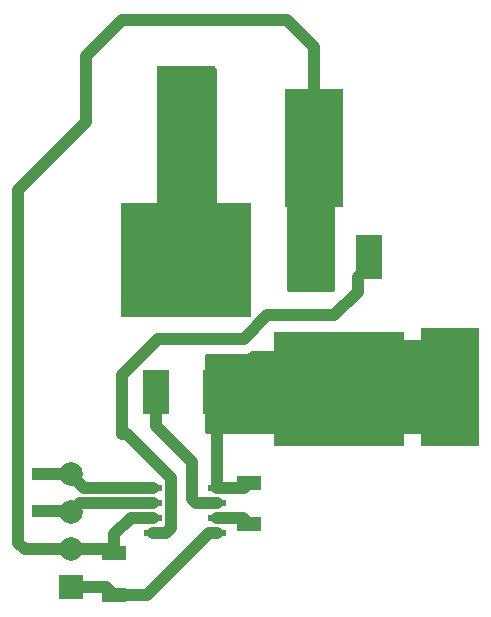
<source format=gbr>
G04 #@! TF.GenerationSoftware,KiCad,Pcbnew,5.0.0*
G04 #@! TF.CreationDate,2018-12-27T20:05:24-05:00*
G04 #@! TF.ProjectId,controller,636F6E74726F6C6C65722E6B69636164,rev?*
G04 #@! TF.SameCoordinates,PX1816fe0PY475f7c0*
G04 #@! TF.FileFunction,Copper,L1,Top,Signal*
G04 #@! TF.FilePolarity,Positive*
%FSLAX46Y46*%
G04 Gerber Fmt 4.6, Leading zero omitted, Abs format (unit mm)*
G04 Created by KiCad (PCBNEW 5.0.0) date Thu Dec 27 20:05:24 2018*
%MOMM*%
%LPD*%
G01*
G04 APERTURE LIST*
G04 #@! TA.AperFunction,SMDPad,CuDef*
%ADD10R,5.000000X10.000000*%
G04 #@! TD*
G04 #@! TA.AperFunction,ComponentPad*
%ADD11R,1.998980X1.998980*%
G04 #@! TD*
G04 #@! TA.AperFunction,ComponentPad*
%ADD12C,1.998980*%
G04 #@! TD*
G04 #@! TA.AperFunction,SMDPad,CuDef*
%ADD13R,1.099820X0.998220*%
G04 #@! TD*
G04 #@! TA.AperFunction,SMDPad,CuDef*
%ADD14R,2.059940X1.270000*%
G04 #@! TD*
G04 #@! TA.AperFunction,SMDPad,CuDef*
%ADD15R,2.319020X3.810000*%
G04 #@! TD*
G04 #@! TA.AperFunction,SMDPad,CuDef*
%ADD16R,10.998200X9.649460*%
G04 #@! TD*
G04 #@! TA.AperFunction,SMDPad,CuDef*
%ADD17R,1.550000X0.600000*%
G04 #@! TD*
G04 #@! TA.AperFunction,Conductor*
%ADD18C,1.000000*%
G04 #@! TD*
G04 #@! TA.AperFunction,Conductor*
%ADD19C,0.254000*%
G04 #@! TD*
G04 APERTURE END LIST*
D10*
G04 #@! TO.P,P3,1*
G04 #@! TO.N,/Sheet5BA83292/PHASE_OUT*
X37800000Y20900000D03*
G04 #@! TD*
D11*
G04 #@! TO.P,J1,1*
G04 #@! TO.N,+12V*
X5700000Y4025000D03*
D12*
G04 #@! TO.P,J1,2*
G04 #@! TO.N,GND*
X5700000Y7200000D03*
G04 #@! TO.P,J1,3*
G04 #@! TO.N,/PHASE_LOW_IN_1*
X5700000Y10375000D03*
G04 #@! TO.P,J1,4*
G04 #@! TO.N,/PHASE_HIGH_IN_1*
X5700000Y13550000D03*
G04 #@! TD*
D10*
G04 #@! TO.P,P2,1*
G04 #@! TO.N,GND*
X26300000Y41200000D03*
G04 #@! TD*
G04 #@! TO.P,P1,1*
G04 #@! TO.N,+48V*
X15500000Y43100000D03*
G04 #@! TD*
D13*
G04 #@! TO.P,R8,2*
G04 #@! TO.N,GND*
X1251640Y10400000D03*
G04 #@! TO.P,R8,1*
G04 #@! TO.N,/PHASE_LOW_IN_1*
X2948360Y10400000D03*
G04 #@! TD*
G04 #@! TO.P,R7,1*
G04 #@! TO.N,GND*
X1251640Y13600000D03*
G04 #@! TO.P,R7,2*
G04 #@! TO.N,/PHASE_HIGH_IN_1*
X2948360Y13600000D03*
G04 #@! TD*
D14*
G04 #@! TO.P,C7,1*
G04 #@! TO.N,+12V*
X9400000Y3347400D03*
G04 #@! TO.P,C7,2*
G04 #@! TO.N,GND*
X9400000Y6852600D03*
G04 #@! TD*
G04 #@! TO.P,C5,2*
G04 #@! TO.N,/Sheet5BA83292/PHASE_OUT*
X20800000Y12852600D03*
G04 #@! TO.P,C5,1*
G04 #@! TO.N,Net-(C5-Pad1)*
X20800000Y9347400D03*
G04 #@! TD*
D15*
G04 #@! TO.P,Q1,3*
G04 #@! TO.N,/Sheet5BA83292/PHASE_OUT*
X18040000Y20556580D03*
D16*
G04 #@! TO.P,Q1,2*
G04 #@! TO.N,+48V*
X15500000Y31724960D03*
D15*
G04 #@! TO.P,Q1,1*
G04 #@! TO.N,/Sheet5BA83292/PHASE_HI*
X12960000Y20556580D03*
G04 #@! TD*
G04 #@! TO.P,Q2,1*
G04 #@! TO.N,/Sheet5BA83292/PHASE_L*
X30940000Y31943420D03*
D16*
G04 #@! TO.P,Q2,2*
G04 #@! TO.N,/Sheet5BA83292/PHASE_OUT*
X28400000Y20775040D03*
D15*
G04 #@! TO.P,Q2,3*
G04 #@! TO.N,GND*
X25860000Y31943420D03*
G04 #@! TD*
D17*
G04 #@! TO.P,U1,8*
G04 #@! TO.N,/Sheet5BA83292/PHASE_L*
X12700000Y8595000D03*
G04 #@! TO.P,U1,7*
G04 #@! TO.N,GND*
X12700000Y9865000D03*
G04 #@! TO.P,U1,6*
G04 #@! TO.N,/PHASE_LOW_IN_1*
X12700000Y11135000D03*
G04 #@! TO.P,U1,5*
G04 #@! TO.N,/PHASE_HIGH_IN_1*
X12700000Y12405000D03*
G04 #@! TO.P,U1,4*
G04 #@! TO.N,/Sheet5BA83292/PHASE_OUT*
X18100000Y12405000D03*
G04 #@! TO.P,U1,3*
G04 #@! TO.N,/Sheet5BA83292/PHASE_HI*
X18100000Y11135000D03*
G04 #@! TO.P,U1,2*
G04 #@! TO.N,Net-(C5-Pad1)*
X18100000Y9865000D03*
G04 #@! TO.P,U1,1*
G04 #@! TO.N,+12V*
X18100000Y8595000D03*
G04 #@! TD*
D18*
G04 #@! TO.N,/Sheet5BA83292/PHASE_HI*
X12960000Y17651580D02*
X16000000Y14611580D01*
X12960000Y20556580D02*
X12960000Y17651580D01*
X16325000Y11135000D02*
X18100000Y11135000D01*
X16000000Y11460000D02*
X16325000Y11135000D01*
X16000000Y14611580D02*
X16000000Y11460000D01*
G04 #@! TO.N,/Sheet5BA83292/PHASE_L*
X30940000Y31197930D02*
X30000000Y30257930D01*
X30940000Y31943420D02*
X30940000Y31197930D01*
X30000000Y30257930D02*
X30000000Y29000000D01*
X30000000Y29000000D02*
X28000000Y27000000D01*
X22358872Y27000000D02*
X20358872Y25000000D01*
X28000000Y27000000D02*
X22358872Y27000000D01*
X13078908Y25000000D02*
X10000000Y21921092D01*
X20358872Y25000000D02*
X13078908Y25000000D01*
X10000000Y21921092D02*
X10000000Y17000000D01*
X10440002Y17000000D02*
X10000000Y17000000D01*
X14175001Y13265001D02*
X10440002Y17000000D01*
X14175001Y9004999D02*
X14175001Y13265001D01*
X13765002Y8595000D02*
X14175001Y9004999D01*
X12700000Y8595000D02*
X13765002Y8595000D01*
G04 #@! TO.N,GND*
X9052600Y7200000D02*
X9400000Y6852600D01*
X5700000Y7200000D02*
X9052600Y7200000D01*
X9400000Y8487600D02*
X9400000Y6852600D01*
X10777400Y9865000D02*
X9400000Y8487600D01*
X12700000Y9865000D02*
X10777400Y9865000D01*
X1251640Y10400000D02*
X1251640Y13600000D01*
X5700000Y7200000D02*
X1800000Y7200000D01*
X1251640Y7748360D02*
X1251640Y10400000D01*
X1800000Y7200000D02*
X1251640Y7748360D01*
X24000000Y52000000D02*
X26300000Y49700000D01*
X1251640Y13600000D02*
X1251640Y37611642D01*
X26300000Y49700000D02*
X26300000Y41200000D01*
X10000000Y52000000D02*
X24000000Y52000000D01*
X7000000Y49000000D02*
X10000000Y52000000D01*
X1251640Y37611642D02*
X7000000Y43360002D01*
X7000000Y43360002D02*
X7000000Y49000000D01*
G04 #@! TO.N,+12V*
X8722400Y4025000D02*
X9400000Y3347400D01*
X5700000Y4025000D02*
X8722400Y4025000D01*
X11429970Y3347400D02*
X9400000Y3347400D01*
X12157400Y3347400D02*
X11429970Y3347400D01*
X17405000Y8595000D02*
X12157400Y3347400D01*
X18100000Y8595000D02*
X17405000Y8595000D01*
G04 #@! TO.N,/PHASE_HIGH_IN_1*
X5650000Y13600000D02*
X5700000Y13550000D01*
X2948360Y13600000D02*
X5650000Y13600000D01*
X6845000Y12405000D02*
X5700000Y13550000D01*
X12700000Y12405000D02*
X6845000Y12405000D01*
G04 #@! TO.N,/PHASE_LOW_IN_1*
X5675000Y10400000D02*
X5700000Y10375000D01*
X2948360Y10400000D02*
X5675000Y10400000D01*
X6460000Y11135000D02*
X12700000Y11135000D01*
X5700000Y10375000D02*
X6460000Y11135000D01*
G04 #@! TO.N,/Sheet5BA83292/PHASE_OUT*
X18100000Y20496580D02*
X18040000Y20556580D01*
X18100000Y12405000D02*
X18100000Y20496580D01*
X20352400Y12405000D02*
X20800000Y12852600D01*
X18100000Y12405000D02*
X20352400Y12405000D01*
G04 #@! TO.N,Net-(C5-Pad1)*
X20282400Y9865000D02*
X20800000Y9347400D01*
X18100000Y9865000D02*
X20282400Y9865000D01*
G04 #@! TD*
D19*
G04 #@! TO.N,GND*
G36*
X27873000Y29127000D02*
X24127000Y29127000D01*
X24127000Y45873000D01*
X27873000Y45873000D01*
X27873000Y29127000D01*
X27873000Y29127000D01*
G37*
X27873000Y29127000D02*
X24127000Y29127000D01*
X24127000Y45873000D01*
X27873000Y45873000D01*
X27873000Y29127000D01*
G04 #@! TO.N,/Sheet5BA83292/PHASE_OUT*
G36*
X37873000Y17127000D02*
X27127000Y17127000D01*
X27127000Y24873000D01*
X37873000Y24873000D01*
X37873000Y17127000D01*
X37873000Y17127000D01*
G37*
X37873000Y17127000D02*
X27127000Y17127000D01*
X27127000Y24873000D01*
X37873000Y24873000D01*
X37873000Y17127000D01*
G04 #@! TO.N,+48V*
G36*
X17873000Y33127000D02*
X13127000Y33127000D01*
X13127000Y47873000D01*
X17873000Y47873000D01*
X17873000Y33127000D01*
X17873000Y33127000D01*
G37*
X17873000Y33127000D02*
X13127000Y33127000D01*
X13127000Y47873000D01*
X17873000Y47873000D01*
X17873000Y33127000D01*
G04 #@! TO.N,/Sheet5BA83292/PHASE_OUT*
G36*
X28873000Y17127000D02*
X17127000Y17127000D01*
X17127000Y23673000D01*
X20228180Y23673000D01*
X20358872Y23647004D01*
X20489564Y23673000D01*
X20489568Y23673000D01*
X20876642Y23749994D01*
X21060733Y23873000D01*
X28873000Y23873000D01*
X28873000Y17127000D01*
X28873000Y17127000D01*
G37*
X28873000Y17127000D02*
X17127000Y17127000D01*
X17127000Y23673000D01*
X20228180Y23673000D01*
X20358872Y23647004D01*
X20489564Y23673000D01*
X20489568Y23673000D01*
X20876642Y23749994D01*
X21060733Y23873000D01*
X28873000Y23873000D01*
X28873000Y17127000D01*
G04 #@! TD*
M02*

</source>
